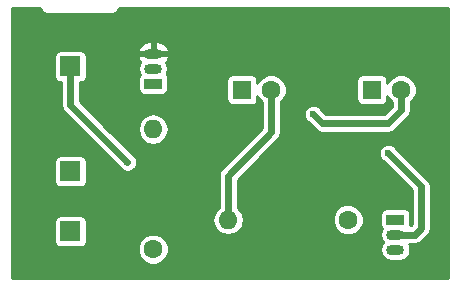
<source format=gtl>
G04 #@! TF.FileFunction,Copper,L1,Top,Signal*
%FSLAX46Y46*%
G04 Gerber Fmt 4.6, Leading zero omitted, Abs format (unit mm)*
G04 Created by KiCad (PCBNEW 4.0.5) date 07/12/17 21:06:26*
%MOMM*%
%LPD*%
G01*
G04 APERTURE LIST*
%ADD10C,0.100000*%
%ADD11R,1.600000X1.600000*%
%ADD12C,1.600000*%
%ADD13R,1.700000X1.700000*%
%ADD14O,1.500000X0.900000*%
%ADD15R,1.500000X0.900000*%
%ADD16O,1.600000X1.600000*%
%ADD17C,0.600000*%
%ADD18C,0.600000*%
%ADD19C,0.254000*%
G04 APERTURE END LIST*
D10*
D11*
X125000000Y-98500000D03*
D12*
X127500000Y-98500000D03*
D11*
X136000000Y-98500000D03*
D12*
X138500000Y-98500000D03*
D13*
X110490000Y-110490000D03*
X110490000Y-105410000D03*
X110490000Y-96520000D03*
D14*
X117500000Y-96730000D03*
X117500000Y-95460000D03*
D15*
X117500000Y-98000000D03*
D14*
X138000000Y-110770000D03*
X138000000Y-112040000D03*
D15*
X138000000Y-109500000D03*
D12*
X117500000Y-112000000D03*
D16*
X117500000Y-101840000D03*
D12*
X134000000Y-109500000D03*
D16*
X123840000Y-109500000D03*
D17*
X115316000Y-104648000D03*
X131064000Y-100584000D03*
X137414000Y-103886000D03*
D18*
X127500000Y-98500000D02*
X127500000Y-102116000D01*
X123840000Y-105776000D02*
X123840000Y-109500000D01*
X127500000Y-102116000D02*
X123840000Y-105776000D01*
X110490000Y-99822000D02*
X110490000Y-96520000D01*
X115316000Y-104648000D02*
X110490000Y-99822000D01*
X138500000Y-100260000D02*
X138500000Y-98500000D01*
X137414000Y-101346000D02*
X138500000Y-100260000D01*
X131826000Y-101346000D02*
X137414000Y-101346000D01*
X131064000Y-100584000D02*
X131826000Y-101346000D01*
X138000000Y-110770000D02*
X139674000Y-110770000D01*
X140208000Y-106680000D02*
X137414000Y-103886000D01*
X140208000Y-110236000D02*
X140208000Y-106680000D01*
X139674000Y-110770000D02*
X140208000Y-110236000D01*
D19*
G36*
X107961378Y-91723104D02*
X108087757Y-91912243D01*
X108276896Y-92038622D01*
X108500000Y-92083000D01*
X114000000Y-92083000D01*
X114223104Y-92038622D01*
X114412243Y-91912243D01*
X114538622Y-91723104D01*
X114566490Y-91583000D01*
X142417000Y-91583000D01*
X142417000Y-114417000D01*
X105583000Y-114417000D01*
X105583000Y-112259036D01*
X116191774Y-112259036D01*
X116390485Y-112739954D01*
X116758110Y-113108222D01*
X117238681Y-113307772D01*
X117759036Y-113308226D01*
X118239954Y-113109515D01*
X118608222Y-112741890D01*
X118807772Y-112261319D01*
X118808226Y-111740964D01*
X118609515Y-111260046D01*
X118241890Y-110891778D01*
X117761319Y-110692228D01*
X117240964Y-110691774D01*
X116760046Y-110890485D01*
X116391778Y-111258110D01*
X116192228Y-111738681D01*
X116191774Y-112259036D01*
X105583000Y-112259036D01*
X105583000Y-109640000D01*
X109122048Y-109640000D01*
X109122048Y-111340000D01*
X109157470Y-111528253D01*
X109268728Y-111701153D01*
X109438488Y-111817145D01*
X109640000Y-111857952D01*
X111340000Y-111857952D01*
X111528253Y-111822530D01*
X111701153Y-111711272D01*
X111817145Y-111541512D01*
X111857952Y-111340000D01*
X111857952Y-109640000D01*
X111831610Y-109500000D01*
X122506375Y-109500000D01*
X122605941Y-110000550D01*
X122889479Y-110424896D01*
X123313825Y-110708434D01*
X123814375Y-110808000D01*
X123865625Y-110808000D01*
X124366175Y-110708434D01*
X124790521Y-110424896D01*
X125074059Y-110000550D01*
X125122099Y-109759036D01*
X132691774Y-109759036D01*
X132890485Y-110239954D01*
X133258110Y-110608222D01*
X133738681Y-110807772D01*
X134259036Y-110808226D01*
X134739954Y-110609515D01*
X135108222Y-110241890D01*
X135307772Y-109761319D01*
X135308226Y-109240964D01*
X135109515Y-108760046D01*
X134741890Y-108391778D01*
X134261319Y-108192228D01*
X133740964Y-108191774D01*
X133260046Y-108390485D01*
X132891778Y-108758110D01*
X132692228Y-109238681D01*
X132691774Y-109759036D01*
X125122099Y-109759036D01*
X125173625Y-109500000D01*
X125074059Y-108999450D01*
X124790521Y-108575104D01*
X124648000Y-108479875D01*
X124648000Y-106110684D01*
X126712668Y-104046016D01*
X136605860Y-104046016D01*
X136728611Y-104343097D01*
X136955707Y-104570590D01*
X136956047Y-104570731D01*
X139400000Y-107014684D01*
X139400000Y-109901316D01*
X139339316Y-109962000D01*
X139265522Y-109962000D01*
X139267952Y-109950000D01*
X139267952Y-109050000D01*
X139232530Y-108861747D01*
X139121272Y-108688847D01*
X138951512Y-108572855D01*
X138750000Y-108532048D01*
X137250000Y-108532048D01*
X137061747Y-108567470D01*
X136888847Y-108678728D01*
X136772855Y-108848488D01*
X136732048Y-109050000D01*
X136732048Y-109950000D01*
X136767470Y-110138253D01*
X136865570Y-110290705D01*
X136790277Y-110403389D01*
X136717354Y-110770000D01*
X136790277Y-111136611D01*
X136969610Y-111405000D01*
X136790277Y-111673389D01*
X136717354Y-112040000D01*
X136790277Y-112406611D01*
X136997946Y-112717408D01*
X137308743Y-112925077D01*
X137675354Y-112998000D01*
X138324646Y-112998000D01*
X138691257Y-112925077D01*
X139002054Y-112717408D01*
X139209723Y-112406611D01*
X139282646Y-112040000D01*
X139209723Y-111673389D01*
X139145986Y-111578000D01*
X139674000Y-111578000D01*
X139983209Y-111516495D01*
X140245342Y-111341342D01*
X140779342Y-110807342D01*
X140954495Y-110545209D01*
X141016000Y-110236000D01*
X141016000Y-106680000D01*
X140954495Y-106370792D01*
X140779342Y-106108658D01*
X137986127Y-103315443D01*
X137872293Y-103201410D01*
X137575426Y-103078140D01*
X137253984Y-103077860D01*
X136956903Y-103200611D01*
X136729410Y-103427707D01*
X136606140Y-103724574D01*
X136605860Y-104046016D01*
X126712668Y-104046016D01*
X128071343Y-102687342D01*
X128246495Y-102425208D01*
X128308000Y-102116000D01*
X128308000Y-100744016D01*
X130255860Y-100744016D01*
X130378611Y-101041097D01*
X130605707Y-101268590D01*
X130606047Y-101268731D01*
X131254658Y-101917342D01*
X131516792Y-102092495D01*
X131826000Y-102154000D01*
X137414000Y-102154000D01*
X137723209Y-102092495D01*
X137985342Y-101917342D01*
X139071342Y-100831342D01*
X139246495Y-100569209D01*
X139308000Y-100260000D01*
X139308000Y-99541588D01*
X139608222Y-99241890D01*
X139807772Y-98761319D01*
X139808226Y-98240964D01*
X139609515Y-97760046D01*
X139241890Y-97391778D01*
X138761319Y-97192228D01*
X138240964Y-97191774D01*
X137760046Y-97390485D01*
X137391778Y-97758110D01*
X137317952Y-97935903D01*
X137317952Y-97700000D01*
X137282530Y-97511747D01*
X137171272Y-97338847D01*
X137001512Y-97222855D01*
X136800000Y-97182048D01*
X135200000Y-97182048D01*
X135011747Y-97217470D01*
X134838847Y-97328728D01*
X134722855Y-97498488D01*
X134682048Y-97700000D01*
X134682048Y-99300000D01*
X134717470Y-99488253D01*
X134828728Y-99661153D01*
X134998488Y-99777145D01*
X135200000Y-99817952D01*
X136800000Y-99817952D01*
X136988253Y-99782530D01*
X137161153Y-99671272D01*
X137277145Y-99501512D01*
X137317952Y-99300000D01*
X137317952Y-99064410D01*
X137390485Y-99239954D01*
X137692000Y-99541996D01*
X137692000Y-99925316D01*
X137079316Y-100538000D01*
X132160684Y-100538000D01*
X131636127Y-100013443D01*
X131522293Y-99899410D01*
X131225426Y-99776140D01*
X130903984Y-99775860D01*
X130606903Y-99898611D01*
X130379410Y-100125707D01*
X130256140Y-100422574D01*
X130255860Y-100744016D01*
X128308000Y-100744016D01*
X128308000Y-99541588D01*
X128608222Y-99241890D01*
X128807772Y-98761319D01*
X128808226Y-98240964D01*
X128609515Y-97760046D01*
X128241890Y-97391778D01*
X127761319Y-97192228D01*
X127240964Y-97191774D01*
X126760046Y-97390485D01*
X126391778Y-97758110D01*
X126317952Y-97935903D01*
X126317952Y-97700000D01*
X126282530Y-97511747D01*
X126171272Y-97338847D01*
X126001512Y-97222855D01*
X125800000Y-97182048D01*
X124200000Y-97182048D01*
X124011747Y-97217470D01*
X123838847Y-97328728D01*
X123722855Y-97498488D01*
X123682048Y-97700000D01*
X123682048Y-99300000D01*
X123717470Y-99488253D01*
X123828728Y-99661153D01*
X123998488Y-99777145D01*
X124200000Y-99817952D01*
X125800000Y-99817952D01*
X125988253Y-99782530D01*
X126161153Y-99671272D01*
X126277145Y-99501512D01*
X126317952Y-99300000D01*
X126317952Y-99064410D01*
X126390485Y-99239954D01*
X126692000Y-99541996D01*
X126692000Y-101781315D01*
X123268658Y-105204658D01*
X123093505Y-105466791D01*
X123093505Y-105466792D01*
X123032000Y-105776000D01*
X123032000Y-108479875D01*
X122889479Y-108575104D01*
X122605941Y-108999450D01*
X122506375Y-109500000D01*
X111831610Y-109500000D01*
X111822530Y-109451747D01*
X111711272Y-109278847D01*
X111541512Y-109162855D01*
X111340000Y-109122048D01*
X109640000Y-109122048D01*
X109451747Y-109157470D01*
X109278847Y-109268728D01*
X109162855Y-109438488D01*
X109122048Y-109640000D01*
X105583000Y-109640000D01*
X105583000Y-104560000D01*
X109122048Y-104560000D01*
X109122048Y-106260000D01*
X109157470Y-106448253D01*
X109268728Y-106621153D01*
X109438488Y-106737145D01*
X109640000Y-106777952D01*
X111340000Y-106777952D01*
X111528253Y-106742530D01*
X111701153Y-106631272D01*
X111817145Y-106461512D01*
X111857952Y-106260000D01*
X111857952Y-104560000D01*
X111822530Y-104371747D01*
X111711272Y-104198847D01*
X111541512Y-104082855D01*
X111340000Y-104042048D01*
X109640000Y-104042048D01*
X109451747Y-104077470D01*
X109278847Y-104188728D01*
X109162855Y-104358488D01*
X109122048Y-104560000D01*
X105583000Y-104560000D01*
X105583000Y-95670000D01*
X109122048Y-95670000D01*
X109122048Y-97370000D01*
X109157470Y-97558253D01*
X109268728Y-97731153D01*
X109438488Y-97847145D01*
X109640000Y-97887952D01*
X109682000Y-97887952D01*
X109682000Y-99822000D01*
X109743505Y-100131209D01*
X109918658Y-100393342D01*
X114744445Y-105219130D01*
X114857707Y-105332590D01*
X115154574Y-105455860D01*
X115476016Y-105456140D01*
X115773097Y-105333389D01*
X115887341Y-105219344D01*
X115887343Y-105219343D01*
X115887344Y-105219341D01*
X116000590Y-105106293D01*
X116123860Y-104809426D01*
X116124140Y-104487984D01*
X116001389Y-104190903D01*
X115774293Y-103963410D01*
X115773954Y-103963269D01*
X113625060Y-101814375D01*
X116192000Y-101814375D01*
X116192000Y-101865625D01*
X116291566Y-102366175D01*
X116575104Y-102790521D01*
X116999450Y-103074059D01*
X117500000Y-103173625D01*
X118000550Y-103074059D01*
X118424896Y-102790521D01*
X118708434Y-102366175D01*
X118808000Y-101865625D01*
X118808000Y-101814375D01*
X118708434Y-101313825D01*
X118424896Y-100889479D01*
X118000550Y-100605941D01*
X117500000Y-100506375D01*
X116999450Y-100605941D01*
X116575104Y-100889479D01*
X116291566Y-101313825D01*
X116192000Y-101814375D01*
X113625060Y-101814375D01*
X111298000Y-99487316D01*
X111298000Y-97887952D01*
X111340000Y-97887952D01*
X111528253Y-97852530D01*
X111701153Y-97741272D01*
X111817145Y-97571512D01*
X111857952Y-97370000D01*
X111857952Y-95754001D01*
X116155592Y-95754001D01*
X116342987Y-96137408D01*
X116405622Y-96190764D01*
X116290277Y-96363389D01*
X116217354Y-96730000D01*
X116290277Y-97096611D01*
X116366753Y-97211064D01*
X116272855Y-97348488D01*
X116232048Y-97550000D01*
X116232048Y-98450000D01*
X116267470Y-98638253D01*
X116378728Y-98811153D01*
X116548488Y-98927145D01*
X116750000Y-98967952D01*
X118250000Y-98967952D01*
X118438253Y-98932530D01*
X118611153Y-98821272D01*
X118727145Y-98651512D01*
X118767952Y-98450000D01*
X118767952Y-97550000D01*
X118732530Y-97361747D01*
X118634430Y-97209295D01*
X118709723Y-97096611D01*
X118782646Y-96730000D01*
X118709723Y-96363389D01*
X118594378Y-96190764D01*
X118657013Y-96137408D01*
X118844408Y-95754001D01*
X118717502Y-95587000D01*
X117627000Y-95587000D01*
X117627000Y-95607000D01*
X117373000Y-95607000D01*
X117373000Y-95587000D01*
X116282498Y-95587000D01*
X116155592Y-95754001D01*
X111857952Y-95754001D01*
X111857952Y-95670000D01*
X111822530Y-95481747D01*
X111711272Y-95308847D01*
X111541512Y-95192855D01*
X111408893Y-95165999D01*
X116155592Y-95165999D01*
X116282498Y-95333000D01*
X117373000Y-95333000D01*
X117373000Y-94375000D01*
X117627000Y-94375000D01*
X117627000Y-95333000D01*
X118717502Y-95333000D01*
X118844408Y-95165999D01*
X118657013Y-94782592D01*
X118332544Y-94506192D01*
X117927000Y-94375000D01*
X117627000Y-94375000D01*
X117373000Y-94375000D01*
X117073000Y-94375000D01*
X116667456Y-94506192D01*
X116342987Y-94782592D01*
X116155592Y-95165999D01*
X111408893Y-95165999D01*
X111340000Y-95152048D01*
X109640000Y-95152048D01*
X109451747Y-95187470D01*
X109278847Y-95298728D01*
X109162855Y-95468488D01*
X109122048Y-95670000D01*
X105583000Y-95670000D01*
X105583000Y-91583000D01*
X107933510Y-91583000D01*
X107961378Y-91723104D01*
X107961378Y-91723104D01*
G37*
X107961378Y-91723104D02*
X108087757Y-91912243D01*
X108276896Y-92038622D01*
X108500000Y-92083000D01*
X114000000Y-92083000D01*
X114223104Y-92038622D01*
X114412243Y-91912243D01*
X114538622Y-91723104D01*
X114566490Y-91583000D01*
X142417000Y-91583000D01*
X142417000Y-114417000D01*
X105583000Y-114417000D01*
X105583000Y-112259036D01*
X116191774Y-112259036D01*
X116390485Y-112739954D01*
X116758110Y-113108222D01*
X117238681Y-113307772D01*
X117759036Y-113308226D01*
X118239954Y-113109515D01*
X118608222Y-112741890D01*
X118807772Y-112261319D01*
X118808226Y-111740964D01*
X118609515Y-111260046D01*
X118241890Y-110891778D01*
X117761319Y-110692228D01*
X117240964Y-110691774D01*
X116760046Y-110890485D01*
X116391778Y-111258110D01*
X116192228Y-111738681D01*
X116191774Y-112259036D01*
X105583000Y-112259036D01*
X105583000Y-109640000D01*
X109122048Y-109640000D01*
X109122048Y-111340000D01*
X109157470Y-111528253D01*
X109268728Y-111701153D01*
X109438488Y-111817145D01*
X109640000Y-111857952D01*
X111340000Y-111857952D01*
X111528253Y-111822530D01*
X111701153Y-111711272D01*
X111817145Y-111541512D01*
X111857952Y-111340000D01*
X111857952Y-109640000D01*
X111831610Y-109500000D01*
X122506375Y-109500000D01*
X122605941Y-110000550D01*
X122889479Y-110424896D01*
X123313825Y-110708434D01*
X123814375Y-110808000D01*
X123865625Y-110808000D01*
X124366175Y-110708434D01*
X124790521Y-110424896D01*
X125074059Y-110000550D01*
X125122099Y-109759036D01*
X132691774Y-109759036D01*
X132890485Y-110239954D01*
X133258110Y-110608222D01*
X133738681Y-110807772D01*
X134259036Y-110808226D01*
X134739954Y-110609515D01*
X135108222Y-110241890D01*
X135307772Y-109761319D01*
X135308226Y-109240964D01*
X135109515Y-108760046D01*
X134741890Y-108391778D01*
X134261319Y-108192228D01*
X133740964Y-108191774D01*
X133260046Y-108390485D01*
X132891778Y-108758110D01*
X132692228Y-109238681D01*
X132691774Y-109759036D01*
X125122099Y-109759036D01*
X125173625Y-109500000D01*
X125074059Y-108999450D01*
X124790521Y-108575104D01*
X124648000Y-108479875D01*
X124648000Y-106110684D01*
X126712668Y-104046016D01*
X136605860Y-104046016D01*
X136728611Y-104343097D01*
X136955707Y-104570590D01*
X136956047Y-104570731D01*
X139400000Y-107014684D01*
X139400000Y-109901316D01*
X139339316Y-109962000D01*
X139265522Y-109962000D01*
X139267952Y-109950000D01*
X139267952Y-109050000D01*
X139232530Y-108861747D01*
X139121272Y-108688847D01*
X138951512Y-108572855D01*
X138750000Y-108532048D01*
X137250000Y-108532048D01*
X137061747Y-108567470D01*
X136888847Y-108678728D01*
X136772855Y-108848488D01*
X136732048Y-109050000D01*
X136732048Y-109950000D01*
X136767470Y-110138253D01*
X136865570Y-110290705D01*
X136790277Y-110403389D01*
X136717354Y-110770000D01*
X136790277Y-111136611D01*
X136969610Y-111405000D01*
X136790277Y-111673389D01*
X136717354Y-112040000D01*
X136790277Y-112406611D01*
X136997946Y-112717408D01*
X137308743Y-112925077D01*
X137675354Y-112998000D01*
X138324646Y-112998000D01*
X138691257Y-112925077D01*
X139002054Y-112717408D01*
X139209723Y-112406611D01*
X139282646Y-112040000D01*
X139209723Y-111673389D01*
X139145986Y-111578000D01*
X139674000Y-111578000D01*
X139983209Y-111516495D01*
X140245342Y-111341342D01*
X140779342Y-110807342D01*
X140954495Y-110545209D01*
X141016000Y-110236000D01*
X141016000Y-106680000D01*
X140954495Y-106370792D01*
X140779342Y-106108658D01*
X137986127Y-103315443D01*
X137872293Y-103201410D01*
X137575426Y-103078140D01*
X137253984Y-103077860D01*
X136956903Y-103200611D01*
X136729410Y-103427707D01*
X136606140Y-103724574D01*
X136605860Y-104046016D01*
X126712668Y-104046016D01*
X128071343Y-102687342D01*
X128246495Y-102425208D01*
X128308000Y-102116000D01*
X128308000Y-100744016D01*
X130255860Y-100744016D01*
X130378611Y-101041097D01*
X130605707Y-101268590D01*
X130606047Y-101268731D01*
X131254658Y-101917342D01*
X131516792Y-102092495D01*
X131826000Y-102154000D01*
X137414000Y-102154000D01*
X137723209Y-102092495D01*
X137985342Y-101917342D01*
X139071342Y-100831342D01*
X139246495Y-100569209D01*
X139308000Y-100260000D01*
X139308000Y-99541588D01*
X139608222Y-99241890D01*
X139807772Y-98761319D01*
X139808226Y-98240964D01*
X139609515Y-97760046D01*
X139241890Y-97391778D01*
X138761319Y-97192228D01*
X138240964Y-97191774D01*
X137760046Y-97390485D01*
X137391778Y-97758110D01*
X137317952Y-97935903D01*
X137317952Y-97700000D01*
X137282530Y-97511747D01*
X137171272Y-97338847D01*
X137001512Y-97222855D01*
X136800000Y-97182048D01*
X135200000Y-97182048D01*
X135011747Y-97217470D01*
X134838847Y-97328728D01*
X134722855Y-97498488D01*
X134682048Y-97700000D01*
X134682048Y-99300000D01*
X134717470Y-99488253D01*
X134828728Y-99661153D01*
X134998488Y-99777145D01*
X135200000Y-99817952D01*
X136800000Y-99817952D01*
X136988253Y-99782530D01*
X137161153Y-99671272D01*
X137277145Y-99501512D01*
X137317952Y-99300000D01*
X137317952Y-99064410D01*
X137390485Y-99239954D01*
X137692000Y-99541996D01*
X137692000Y-99925316D01*
X137079316Y-100538000D01*
X132160684Y-100538000D01*
X131636127Y-100013443D01*
X131522293Y-99899410D01*
X131225426Y-99776140D01*
X130903984Y-99775860D01*
X130606903Y-99898611D01*
X130379410Y-100125707D01*
X130256140Y-100422574D01*
X130255860Y-100744016D01*
X128308000Y-100744016D01*
X128308000Y-99541588D01*
X128608222Y-99241890D01*
X128807772Y-98761319D01*
X128808226Y-98240964D01*
X128609515Y-97760046D01*
X128241890Y-97391778D01*
X127761319Y-97192228D01*
X127240964Y-97191774D01*
X126760046Y-97390485D01*
X126391778Y-97758110D01*
X126317952Y-97935903D01*
X126317952Y-97700000D01*
X126282530Y-97511747D01*
X126171272Y-97338847D01*
X126001512Y-97222855D01*
X125800000Y-97182048D01*
X124200000Y-97182048D01*
X124011747Y-97217470D01*
X123838847Y-97328728D01*
X123722855Y-97498488D01*
X123682048Y-97700000D01*
X123682048Y-99300000D01*
X123717470Y-99488253D01*
X123828728Y-99661153D01*
X123998488Y-99777145D01*
X124200000Y-99817952D01*
X125800000Y-99817952D01*
X125988253Y-99782530D01*
X126161153Y-99671272D01*
X126277145Y-99501512D01*
X126317952Y-99300000D01*
X126317952Y-99064410D01*
X126390485Y-99239954D01*
X126692000Y-99541996D01*
X126692000Y-101781315D01*
X123268658Y-105204658D01*
X123093505Y-105466791D01*
X123093505Y-105466792D01*
X123032000Y-105776000D01*
X123032000Y-108479875D01*
X122889479Y-108575104D01*
X122605941Y-108999450D01*
X122506375Y-109500000D01*
X111831610Y-109500000D01*
X111822530Y-109451747D01*
X111711272Y-109278847D01*
X111541512Y-109162855D01*
X111340000Y-109122048D01*
X109640000Y-109122048D01*
X109451747Y-109157470D01*
X109278847Y-109268728D01*
X109162855Y-109438488D01*
X109122048Y-109640000D01*
X105583000Y-109640000D01*
X105583000Y-104560000D01*
X109122048Y-104560000D01*
X109122048Y-106260000D01*
X109157470Y-106448253D01*
X109268728Y-106621153D01*
X109438488Y-106737145D01*
X109640000Y-106777952D01*
X111340000Y-106777952D01*
X111528253Y-106742530D01*
X111701153Y-106631272D01*
X111817145Y-106461512D01*
X111857952Y-106260000D01*
X111857952Y-104560000D01*
X111822530Y-104371747D01*
X111711272Y-104198847D01*
X111541512Y-104082855D01*
X111340000Y-104042048D01*
X109640000Y-104042048D01*
X109451747Y-104077470D01*
X109278847Y-104188728D01*
X109162855Y-104358488D01*
X109122048Y-104560000D01*
X105583000Y-104560000D01*
X105583000Y-95670000D01*
X109122048Y-95670000D01*
X109122048Y-97370000D01*
X109157470Y-97558253D01*
X109268728Y-97731153D01*
X109438488Y-97847145D01*
X109640000Y-97887952D01*
X109682000Y-97887952D01*
X109682000Y-99822000D01*
X109743505Y-100131209D01*
X109918658Y-100393342D01*
X114744445Y-105219130D01*
X114857707Y-105332590D01*
X115154574Y-105455860D01*
X115476016Y-105456140D01*
X115773097Y-105333389D01*
X115887341Y-105219344D01*
X115887343Y-105219343D01*
X115887344Y-105219341D01*
X116000590Y-105106293D01*
X116123860Y-104809426D01*
X116124140Y-104487984D01*
X116001389Y-104190903D01*
X115774293Y-103963410D01*
X115773954Y-103963269D01*
X113625060Y-101814375D01*
X116192000Y-101814375D01*
X116192000Y-101865625D01*
X116291566Y-102366175D01*
X116575104Y-102790521D01*
X116999450Y-103074059D01*
X117500000Y-103173625D01*
X118000550Y-103074059D01*
X118424896Y-102790521D01*
X118708434Y-102366175D01*
X118808000Y-101865625D01*
X118808000Y-101814375D01*
X118708434Y-101313825D01*
X118424896Y-100889479D01*
X118000550Y-100605941D01*
X117500000Y-100506375D01*
X116999450Y-100605941D01*
X116575104Y-100889479D01*
X116291566Y-101313825D01*
X116192000Y-101814375D01*
X113625060Y-101814375D01*
X111298000Y-99487316D01*
X111298000Y-97887952D01*
X111340000Y-97887952D01*
X111528253Y-97852530D01*
X111701153Y-97741272D01*
X111817145Y-97571512D01*
X111857952Y-97370000D01*
X111857952Y-95754001D01*
X116155592Y-95754001D01*
X116342987Y-96137408D01*
X116405622Y-96190764D01*
X116290277Y-96363389D01*
X116217354Y-96730000D01*
X116290277Y-97096611D01*
X116366753Y-97211064D01*
X116272855Y-97348488D01*
X116232048Y-97550000D01*
X116232048Y-98450000D01*
X116267470Y-98638253D01*
X116378728Y-98811153D01*
X116548488Y-98927145D01*
X116750000Y-98967952D01*
X118250000Y-98967952D01*
X118438253Y-98932530D01*
X118611153Y-98821272D01*
X118727145Y-98651512D01*
X118767952Y-98450000D01*
X118767952Y-97550000D01*
X118732530Y-97361747D01*
X118634430Y-97209295D01*
X118709723Y-97096611D01*
X118782646Y-96730000D01*
X118709723Y-96363389D01*
X118594378Y-96190764D01*
X118657013Y-96137408D01*
X118844408Y-95754001D01*
X118717502Y-95587000D01*
X117627000Y-95587000D01*
X117627000Y-95607000D01*
X117373000Y-95607000D01*
X117373000Y-95587000D01*
X116282498Y-95587000D01*
X116155592Y-95754001D01*
X111857952Y-95754001D01*
X111857952Y-95670000D01*
X111822530Y-95481747D01*
X111711272Y-95308847D01*
X111541512Y-95192855D01*
X111408893Y-95165999D01*
X116155592Y-95165999D01*
X116282498Y-95333000D01*
X117373000Y-95333000D01*
X117373000Y-94375000D01*
X117627000Y-94375000D01*
X117627000Y-95333000D01*
X118717502Y-95333000D01*
X118844408Y-95165999D01*
X118657013Y-94782592D01*
X118332544Y-94506192D01*
X117927000Y-94375000D01*
X117627000Y-94375000D01*
X117373000Y-94375000D01*
X117073000Y-94375000D01*
X116667456Y-94506192D01*
X116342987Y-94782592D01*
X116155592Y-95165999D01*
X111408893Y-95165999D01*
X111340000Y-95152048D01*
X109640000Y-95152048D01*
X109451747Y-95187470D01*
X109278847Y-95298728D01*
X109162855Y-95468488D01*
X109122048Y-95670000D01*
X105583000Y-95670000D01*
X105583000Y-91583000D01*
X107933510Y-91583000D01*
X107961378Y-91723104D01*
M02*

</source>
